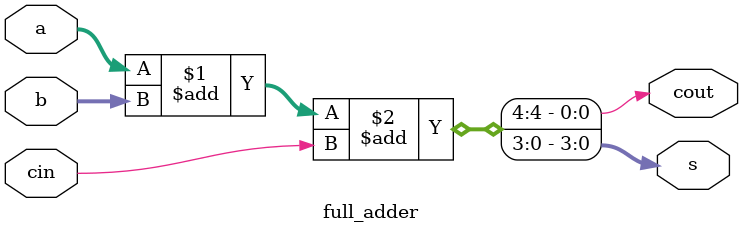
<source format=v>
module full_adder #(parameter N = 4) (   // Default: 4-bit
    input  [N-1:0] a, b,
    input           cin,
    output [N-1:0] s,
    output          cout
);

    assign {cout, s} = a + b + cin;  // Concatenation for sum & carry

endmodule

</source>
